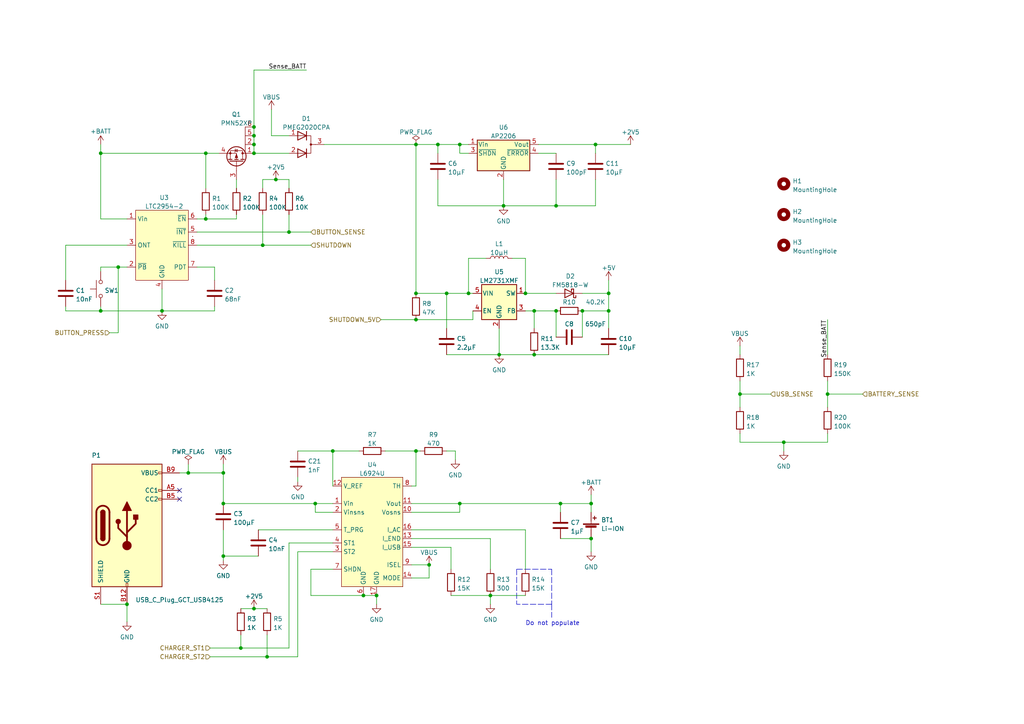
<source format=kicad_sch>
(kicad_sch (version 20211123) (generator eeschema)
  (paper "A4")
  (title_block (title "Power & Charge") (date "2023-04-14") (rev "2.1") (company "INSA - GEI"))
  (lib_symbols
    (symbol "Device:Battery_Cell" (pin_numbers hide) (pin_names (offset 0) hide)
      (property "Reference" "BT" (at 2.54 2.54 0))
      (property "Value" "Battery_Cell" (at 2.54 0 0))
      (symbol "Battery_Cell_0_1"
        (rectangle (start -2.286 1.778) (end 2.286 1.524) (fill (type outline)))
        (rectangle (start -1.5748 1.1938) (end 1.4732 0.6858) (fill (type outline)))
        (polyline (pts (xy 0 0.762) (xy 0 0)))
        (polyline (pts (xy 0 1.778) (xy 0 2.54)))
        (polyline (pts (xy 0.508 3.429) (xy 1.524 3.429)) (stroke (width 0.254)))
        (polyline (pts (xy 1.016 3.937) (xy 1.016 2.921)) (stroke (width 0.254)))
      )
      (symbol "Battery_Cell_1_1"
        (pin passive line (at 0 5.08 270) (length 2.54) (name "+") (number "1"))
        (pin passive line (at 0 -2.54 90) (length 2.54) (name "-") (number "2"))
      )
    )
    (symbol "Device:C" (pin_numbers hide) (pin_names (offset 0.254))
      (property "Reference" "C" (at 0.635 2.54 0))
      (property "Value" "C" (at 0.635 -2.54 0))
      (symbol "C_0_1"
        (polyline (pts (xy -2.032 -0.762) (xy 2.032 -0.762)) (stroke (width 0.508)))
        (polyline (pts (xy -2.032 0.762) (xy 2.032 0.762)) (stroke (width 0.508)))
      )
      (symbol "C_1_1"
        (pin passive line (at 0 3.81 270) (length 2.794) (name "~") (number "1"))
        (pin passive line (at 0 -3.81 90) (length 2.794) (name "~") (number "2"))
      )
    )
    (symbol "Device:D_Dual_CommonCathode_AAK_Parallel" (pin_names (offset 0.762) hide)
      (property "Reference" "D" (at 0 5.08 0))
      (property "Value" "D_Dual_CommonCathode_AAK_Parallel" (at 0 -5.08 0))
      (symbol "D_Dual_CommonCathode_AAK_Parallel_0_0"
        (polyline (pts (xy 0 -1.27) (xy 0 -3.81)) (stroke (width 0.254)))
        (polyline (pts (xy 0 1.27) (xy 0 3.81)) (stroke (width 0.254)))
      )
      (symbol "D_Dual_CommonCathode_AAK_Parallel_0_1"
        (polyline (pts (xy 1.27 0) (xy 2.54 0)))
        (polyline (pts (xy -2.54 -2.54) (xy 1.27 -2.54) (xy 1.27 2.54) (xy -2.54 2.54)))
        (polyline (pts (xy -2.54 -1.27) (xy 0 -2.54) (xy -2.54 -3.81) (xy -2.54 -1.27) (xy -2.54 -1.27) (xy -2.54 -1.27)) (stroke (width 0.254)))
        (polyline (pts (xy -2.54 3.81) (xy 0 2.54) (xy -2.54 1.27) (xy -2.54 3.81) (xy -2.54 3.81) (xy -2.54 3.81)) (stroke (width 0.254)))
        (circle (center 1.27 0) (radius 0.254) (fill (type outline)))
        (pin passive line (at -5.08 2.54 0) (length 2.54) (name "K") (number "1"))
        (pin passive line (at -5.08 -2.54 0) (length 2.54) (name "K") (number "2"))
        (pin passive line (at 5.08 0 180) (length 2.54) (name "A") (number "3"))
      )
    )
    (symbol "Device:D_Schottky" (pin_numbers hide) (pin_names (offset 1.016) hide)
      (property "Reference" "D" (at 0 2.54 0))
      (property "Value" "D_Schottky" (at 0 -2.54 0))
      (symbol "D_Schottky_0_1"
        (polyline (pts (xy 1.27 0) (xy -1.27 0)))
        (polyline (pts (xy 1.27 1.27) (xy 1.27 -1.27) (xy -1.27 0) (xy 1.27 1.27)) (stroke (width 0.254)))
        (polyline (pts (xy -1.905 0.635) (xy -1.905 1.27) (xy -1.27 1.27) (xy -1.27 -1.27) (xy -0.635 -1.27) (xy -0.635 -0.635)) (stroke (width 0.254)))
      )
      (symbol "D_Schottky_1_1"
        (pin passive line (at -3.81 0 0) (length 2.54) (name "K") (number "1"))
        (pin passive line (at 3.81 0 180) (length 2.54) (name "A") (number "2"))
      )
    )
    (symbol "Device:L" (pin_numbers hide) (pin_names (offset 1.016) hide)
      (property "Reference" "L" (at -1.27 0 90))
      (property "Value" "L" (at 1.905 0 90))
      (symbol "L_0_1"
        (arc (start 0 -2.54) (mid 0.635 -1.905) (end 0 -1.27))
        (arc (start 0 -1.27) (mid 0.635 -0.635) (end 0 0))
        (arc (start 0 0) (mid 0.635 0.635) (end 0 1.27))
        (arc (start 0 1.27) (mid 0.635 1.905) (end 0 2.54))
      )
      (symbol "L_1_1"
        (pin passive line (at 0 3.81 270) (length 1.27) (name "1") (number "1"))
        (pin passive line (at 0 -3.81 90) (length 1.27) (name "2") (number "2"))
      )
    )
    (symbol "Device:R" (pin_numbers hide) (pin_names (offset 0))
      (property "Reference" "R" (at 2.032 0 90))
      (property "Value" "R" (at 0 0 90))
      (symbol "R_0_1"
        (rectangle (start -1.016 -2.54) (end 1.016 2.54) (stroke (width 0.254)))
      )
      (symbol "R_1_1"
        (pin passive line (at 0 3.81 270) (length 1.27) (name "~") (number "1"))
        (pin passive line (at 0 -3.81 90) (length 1.27) (name "~") (number "2"))
      )
    )
    (symbol "Insa:L6924U"
      (property "Reference" "U" (at 0 34.29 0))
      (property "Value" "L6924U" (at 7.62 -2.54 0))
      (symbol "L6924U_0_1"
        (rectangle (start -8.89 31.75) (end 8.89 0) (stroke (width 0.1524)) (fill (type background)))
      )
      (symbol "L6924U_1_1"
        (pin power_in line (at -11.43 24.13 0) (length 2.54) (name "Vin") (number "1"))
        (pin input line (at 11.43 21.59 180) (length 2.54) (name "Vosns") (number "10"))
        (pin power_out line (at 11.43 24.13 180) (length 2.54) (name "Vout") (number "11"))
        (pin output line (at -11.43 29.21 0) (length 2.54) (name "V_REF") (number "12"))
        (pin bidirectional line (at 11.43 13.97 180) (length 2.54) (name "I_END") (number "13"))
        (pin input line (at 11.43 2.54 180) (length 2.54) (name "MODE") (number "14"))
        (pin input line (at 11.43 11.43 180) (length 2.54) (name "I_USB") (number "15"))
        (pin input line (at 11.43 16.51 180) (length 2.54) (name "I_AC") (number "16"))
        (pin power_in line (at 1.27 -2.54 90) (length 2.54) (name "GND") (number "17"))
        (pin power_in line (at -11.43 21.59 0) (length 2.54) (name "Vinsns") (number "2"))
        (pin open_collector line (at -11.43 10.16 0) (length 2.54) (name "ST2") (number "3"))
        (pin open_collector line (at -11.43 12.7 0) (length 2.54) (name "ST1") (number "4"))
        (pin passive line (at -11.43 16.51 0) (length 2.54) (name "T_PRG") (number "5"))
        (pin power_in line (at -2.54 -2.54 90) (length 2.54) (name "GND") (number "6"))
        (pin input line (at -11.43 5.08 0) (length 2.54) (name "SHDN") (number "7"))
        (pin input line (at 11.43 29.21 180) (length 2.54) (name "TH") (number "8"))
        (pin input line (at 11.43 6.35 180) (length 2.54) (name "ISEL") (number "9"))
      )
    )
    (symbol "Insa:LTC2954-2"
      (property "Reference" "U" (at -6.35 25.4 0))
      (property "Value" "LTC2954-2" (at 5.08 1.27 0))
      (symbol "LTC2954-2_0_1"
        (rectangle (start -8.89 24.13) (end 6.35 3.81) (stroke (width 0.1524)) (fill (type background)))
        (rectangle (start 7.62 16.51) (end 7.62 16.51) (stroke (width 0.1524)))
        (rectangle (start 7.62 16.51) (end 7.62 16.51) (stroke (width 0.1524)))
        (rectangle (start 7.62 16.51) (end 7.62 16.51) (stroke (width 0.1524)))
        (rectangle (start 7.62 16.51) (end 7.62 16.51) (stroke (width 0.1524)))
        (rectangle (start 7.62 16.51) (end 7.62 16.51) (stroke (width 0.1524)))
        (rectangle (start 7.62 16.51) (end 7.62 16.51) (stroke (width 0.1524)))
      )
      (symbol "LTC2954-2_1_1"
        (pin power_in line (at -11.43 21.59 0) (length 2.54) (name "Vin") (number "1"))
        (pin input line (at -11.43 7.62 0) (length 2.54) (name "~{PB}") (number "2"))
        (pin bidirectional line (at -11.43 13.97 0) (length 2.54) (name "ONT") (number "3"))
        (pin power_in line (at -1.27 1.27 90) (length 2.54) (name "GND") (number "4"))
        (pin output line (at 8.89 17.78 180) (length 2.54) (name "~{INT}") (number "5"))
        (pin input line (at 8.89 21.59 180) (length 2.54) (name "~{EN}") (number "6"))
        (pin bidirectional line (at 8.89 7.62 180) (length 2.54) (name "PDT") (number "7"))
        (pin input line (at 8.89 13.97 180) (length 2.54) (name "~{KILL}") (number "8"))
      )
    )
    (symbol "Insa:PMN52XP" (pin_names (offset 0) hide)
      (property "Reference" "Q" (at 5.08 1.27 0))
      (property "Value" "PMN52XP" (at 5.08 -1.27 0))
      (symbol "PMN52XP_0_1"
        (polyline (pts (xy 0.254 0) (xy -2.54 0)))
        (polyline (pts (xy 0.254 1.905) (xy 0.254 -1.905)) (stroke (width 0.254)))
        (polyline (pts (xy 0.762 -1.27) (xy 0.762 -2.286)) (stroke (width 0.254)))
        (polyline (pts (xy 0.762 0.508) (xy 0.762 -0.508)) (stroke (width 0.254)))
        (polyline (pts (xy 0.762 2.286) (xy 0.762 1.27)) (stroke (width 0.254)))
        (polyline (pts (xy 10.16 2.54) (xy 5.08 2.54)) (stroke (width 0.1524)))
        (polyline (pts (xy 2.54 -2.54) (xy 2.54 0) (xy 0.762 0)))
        (polyline (pts (xy 5.08 2.54) (xy 2.54 2.54) (xy 2.54 1.778)))
        (polyline (pts (xy 0.762 1.778) (xy 3.302 1.778) (xy 3.302 -1.778) (xy 0.762 -1.778)))
        (polyline (pts (xy 2.286 0) (xy 1.27 0.381) (xy 1.27 -0.381) (xy 2.286 0)) (fill (type outline)))
        (polyline (pts (xy 2.794 -0.508) (xy 2.921 -0.381) (xy 3.683 -0.381) (xy 3.81 -0.254)))
        (polyline (pts (xy 3.302 -0.381) (xy 2.921 0.254) (xy 3.683 0.254) (xy 3.302 -0.381)))
        (circle (center 1.651 0) (radius 2.794) (stroke (width 0.254)))
        (circle (center 2.54 -1.778) (radius 0.254) (fill (type outline)))
        (circle (center 2.54 1.778) (radius 0.254) (fill (type outline)))
      )
      (symbol "PMN52XP_1_1"
        (pin passive line (at 2.54 5.08 270) (length 2.54) (name "D") (number "1"))
        (pin passive line (at 5.08 5.08 270) (length 2.54) (name "D") (number "2"))
        (pin input line (at -5.08 0 0) (length 2.54) (name "G") (number "3"))
        (pin passive line (at 2.54 -5.08 90) (length 2.54) (name "S") (number "4"))
        (pin passive line (at 7.62 5.08 270) (length 2.54) (name "D") (number "5"))
        (pin passive line (at 10.16 5.08 270) (length 2.54) (name "D") (number "6"))
      )
    )
    (symbol "Insa:USB_C_Plug_GCT_USB4125" (pin_names (offset 1.016))
      (property "Reference" "P" (at -10.16 19.05 0))
      (property "Value" "USB_C_Plug_GCT_USB4125" (at 26.67 -20.32 0))
      (symbol "USB_C_Plug_GCT_USB4125_0_0"
        (rectangle (start -0.254 -17.78) (end 0.254 -16.764))
        (rectangle (start 10.16 7.874) (end 9.144 7.366))
        (rectangle (start 10.16 10.414) (end 9.144 9.906))
        (rectangle (start 10.16 15.494) (end 9.144 14.986))
      )
      (symbol "USB_C_Plug_GCT_USB4125_0_1"
        (rectangle (start -10.16 17.78) (end 10.16 -17.78) (stroke (width 0.254)) (fill (type background)))
        (arc (start -8.89 -3.81) (mid -6.985 -5.715) (end -5.08 -3.81) (stroke (width 0.508)))
        (arc (start -7.62 -3.81) (mid -6.985 -4.445) (end -6.35 -3.81) (stroke (width 0.254)))
        (arc (start -7.62 -3.81) (mid -6.985 -4.445) (end -6.35 -3.81) (stroke (width 0.254)) (fill (type outline)))
        (rectangle (start -7.62 -3.81) (end -6.35 3.81) (stroke (width 0.254)) (fill (type outline)))
        (arc (start -6.35 3.81) (mid -6.985 4.445) (end -7.62 3.81) (stroke (width 0.254)))
        (arc (start -6.35 3.81) (mid -6.985 4.445) (end -7.62 3.81) (stroke (width 0.254)) (fill (type outline)))
        (arc (start -5.08 3.81) (mid -6.985 5.715) (end -8.89 3.81) (stroke (width 0.508)))
        (circle (center -2.54 1.143) (radius 0.635) (stroke (width 0.254)) (fill (type outline)))
        (circle (center 0 -5.842) (radius 1.27) (fill (type outline)))
        (polyline (pts (xy -8.89 -3.81) (xy -8.89 3.81)) (stroke (width 0.508)))
        (polyline (pts (xy -5.08 3.81) (xy -5.08 -3.81)) (stroke (width 0.508)))
        (polyline (pts (xy 0 -5.842) (xy 0 4.318)) (stroke (width 0.508)))
        (polyline (pts (xy 0 -3.302) (xy -2.54 -0.762) (xy -2.54 0.508)) (stroke (width 0.508)))
        (polyline (pts (xy 0 -2.032) (xy 2.54 0.508) (xy 2.54 1.778)) (stroke (width 0.508)))
        (polyline (pts (xy -1.27 4.318) (xy 0 6.858) (xy 1.27 4.318) (xy -1.27 4.318)) (stroke (width 0.254)) (fill (type outline)))
        (rectangle (start 1.905 1.778) (end 3.175 3.048) (stroke (width 0.254)) (fill (type outline)))
      )
      (symbol "USB_C_Plug_GCT_USB4125_1_1"
        (pin passive line (at 0 -22.86 90) (length 5.08) hide (name "GND") (number "A12"))
        (pin bidirectional line (at 15.24 10.16 180) (length 5.08) (name "CC1") (number "A5"))
        (pin passive line (at 15.24 15.24 180) (length 5.08) hide (name "VBUS") (number "A9"))
        (pin passive line (at 0 -22.86 90) (length 5.08) (name "GND") (number "B12"))
        (pin bidirectional line (at 15.24 7.62 180) (length 5.08) (name "CC2") (number "B5"))
        (pin passive line (at 15.24 15.24 180) (length 5.08) (name "VBUS") (number "B9"))
        (pin passive line (at -7.62 -22.86 90) (length 5.08) (name "SHIELD") (number "S1"))
      )
    )
    (symbol "Mechanical:MountingHole" (pin_names (offset 1.016))
      (property "Reference" "H" (at 0 5.08 0))
      (property "Value" "MountingHole" (at 0 3.175 0))
      (symbol "MountingHole_0_1"
        (circle (center 0 0) (radius 1.27) (stroke (width 1.27)))
      )
    )
    (symbol "Regulator_Linear:TC1186" (pin_names (offset 0.254))
      (property "Reference" "U" (at -7.62 5.08 0))
      (property "Value" "TC1186" (at 7.62 5.08 0))
      (symbol "TC1186_0_1"
        (rectangle (start -7.62 3.81) (end 7.62 -5.08) (stroke (width 0.254)) (fill (type background)))
      )
      (symbol "TC1186_1_1"
        (pin power_in line (at -10.16 2.54 0) (length 2.54) (name "Vin") (number "1"))
        (pin power_in line (at 0 -7.62 90) (length 2.54) (name "GND") (number "2"))
        (pin input line (at -10.16 0 0) (length 2.54) (name "~{SHDN}") (number "3"))
        (pin open_collector line (at 10.16 0 180) (length 2.54) (name "~{ERROR}") (number "4"))
        (pin power_out line (at 10.16 2.54 180) (length 2.54) (name "Vout") (number "5"))
      )
    )
    (symbol "Regulator_Switching:LM2731XMF" (pin_names (offset 0.254))
      (property "Reference" "U" (at -5.08 6.35 0))
      (property "Value" "LM2731XMF" (at 0 6.35 0))
      (symbol "LM2731XMF_0_1"
        (rectangle (start -5.08 5.08) (end 5.08 -5.08) (stroke (width 0.254)) (fill (type background)))
      )
      (symbol "LM2731XMF_1_1"
        (pin output line (at 7.62 2.54 180) (length 2.54) (name "SW") (number "1"))
        (pin power_in line (at 0 -7.62 90) (length 2.54) (name "GND") (number "2"))
        (pin input line (at 7.62 -2.54 180) (length 2.54) (name "FB") (number "3"))
        (pin input line (at -7.62 -2.54 0) (length 2.54) (name "EN") (number "4"))
        (pin input line (at -7.62 2.54 0) (length 2.54) (name "VIN") (number "5"))
      )
    )
    (symbol "Switch:SW_Push" (pin_numbers hide) (pin_names (offset 1.016) hide)
      (property "Reference" "SW" (at 1.27 2.54 0))
      (property "Value" "SW_Push" (at 0 -1.524 0))
      (symbol "SW_Push_0_1"
        (circle (center -2.032 0) (radius 0.508))
        (polyline (pts (xy 0 1.27) (xy 0 3.048)))
        (polyline (pts (xy 2.54 1.27) (xy -2.54 1.27)))
        (circle (center 2.032 0) (radius 0.508))
        (pin passive line (at -5.08 0 0) (length 2.54) (name "1") (number "1"))
        (pin passive line (at 5.08 0 180) (length 2.54) (name "2") (number "2"))
      )
    )
    (symbol "power:+2V5" (power) (pin_names (offset 0))
      (property "Value" "+2V5" (at 0 3.556 0))
      (symbol "+2V5_0_1"
        (polyline (pts (xy -0.762 1.27) (xy 0 2.54)))
        (polyline (pts (xy 0 0) (xy 0 2.54)))
        (polyline (pts (xy 0 2.54) (xy 0.762 1.27)))
      )
      (symbol "+2V5_1_1"
        (pin power_in line (at 0 0 90) (length 0) hide (name "+2V5") (number "1"))
      )
    )
    (symbol "power:+5V" (power) (pin_names (offset 0))
      (property "Value" "+5V" (at 0 3.556 0))
      (symbol "+5V_0_1"
        (polyline (pts (xy -0.762 1.27) (xy 0 2.54)))
        (polyline (pts (xy 0 0) (xy 0 2.54)))
        (polyline (pts (xy 0 2.54) (xy 0.762 1.27)))
      )
      (symbol "+5V_1_1"
        (pin power_in line (at 0 0 90) (length 0) hide (name "+5V") (number "1"))
      )
    )
    (symbol "power:+BATT" (power) (pin_names (offset 0))
      (property "Value" "+BATT" (at 0 3.556 0))
      (symbol "+BATT_0_1"
        (polyline (pts (xy -0.762 1.27) (xy 0 2.54)))
        (polyline (pts (xy 0 0) (xy 0 2.54)))
        (polyline (pts (xy 0 2.54) (xy 0.762 1.27)))
      )
      (symbol "+BATT_1_1"
        (pin power_in line (at 0 0 90) (length 0) hide (name "+BATT") (number "1"))
      )
    )
    (symbol "power:GND" (power) (pin_names (offset 0))
      (property "Value" "GND" (at 0 -3.81 0))
      (symbol "GND_0_1"
        (polyline (pts (xy 0 0) (xy 0 -1.27) (xy 1.27 -1.27) (xy 0 -2.54) (xy -1.27 -1.27) (xy 0 -1.27)))
      )
      (symbol "GND_1_1"
        (pin power_in line (at 0 0 270) (length 0) hide (name "GND") (number "1"))
      )
    )
    (symbol "power:PWR_FLAG" (power) (pin_numbers hide) (pin_names (offset 0) hide)
      (property "Value" "PWR_FLAG" (at 0 3.81 0))
      (symbol "PWR_FLAG_0_0"
        (pin power_out line (at 0 0 90) (length 0) (name "pwr") (number "1"))
      )
      (symbol "PWR_FLAG_0_1"
        (polyline (pts (xy 0 0) (xy 0 1.27) (xy -1.016 1.905) (xy 0 2.54) (xy 1.016 1.905) (xy 0 1.27)))
      )
    )
    (symbol "power:VBUS" (power) (pin_names (offset 0))
      (property "Value" "VBUS" (at 0 3.81 0))
      (symbol "VBUS_0_1"
        (polyline (pts (xy -0.762 1.27) (xy 0 2.54)))
        (polyline (pts (xy 0 0) (xy 0 2.54)))
        (polyline (pts (xy 0 2.54) (xy 0.762 1.27)))
      )
      (symbol "VBUS_1_1"
        (pin power_in line (at 0 0 90) (length 0) hide (name "VBUS") (number "1"))
      )
    )
  )
  (junction (at 59.69 44.45))
  (junction (at 168.91 90.17))
  (junction (at 214.63 114.3))
  (junction (at 127 41.91))
  (junction (at 64.77 146.05))
  (junction (at 120.65 85.09))
  (junction (at 91.44 146.05))
  (junction (at 73.66 39.37))
  (junction (at 96.52 130.81))
  (junction (at 240.03 114.3))
  (junction (at 129.54 85.09))
  (junction (at 109.22 172.72))
  (junction (at 73.66 176.53))
  (junction (at 146.05 59.69))
  (junction (at 120.65 41.91))
  (junction (at 172.72 41.91))
  (junction (at 64.77 137.16))
  (junction (at 36.83 175.26))
  (junction (at 171.45 146.05))
  (junction (at 161.29 59.69))
  (junction (at 69.85 187.96))
  (junction (at 162.56 146.05))
  (junction (at 154.94 102.87))
  (junction (at 73.66 44.45))
  (junction (at 76.2 71.12))
  (junction (at 161.29 90.17))
  (junction (at 59.69 63.5))
  (junction (at 152.4 85.09))
  (junction (at 171.45 156.21))
  (junction (at 154.94 90.17))
  (junction (at 73.66 41.91))
  (junction (at 227.33 128.27))
  (junction (at 54.61 137.16))
  (junction (at 133.35 146.05))
  (junction (at 142.24 172.72))
  (junction (at 124.46 163.83))
  (junction (at 120.65 92.71))
  (junction (at 80.01 52.07))
  (junction (at 135.89 85.09))
  (junction (at 83.82 67.31))
  (junction (at 29.21 90.17))
  (junction (at 120.65 130.81))
  (junction (at 73.66 36.83))
  (junction (at 29.21 44.45))
  (junction (at 105.41 172.72))
  (junction (at 77.47 190.5))
  (junction (at 34.29 77.47))
  (junction (at 133.35 41.91))
  (junction (at 176.53 90.17))
  (junction (at 176.53 85.09))
  (junction (at 46.99 90.17))
  (junction (at 64.77 161.29))
  (junction (at 144.78 102.87))
  (no_connect (at 52.07 144.78))
  (no_connect (at 52.07 142.24))
  (wire (pts (xy 172.72 41.91) (xy 172.72 44.45)))
  (wire (pts (xy 59.69 44.45) (xy 59.69 54.61)))
  (wire (pts (xy 69.85 176.53) (xy 73.66 176.53)))
  (wire (pts (xy 154.94 102.87) (xy 176.53 102.87)))
  (wire (pts (xy 119.38 140.97) (xy 120.65 140.97)))
  (wire (pts (xy 161.29 59.69) (xy 172.72 59.69)))
  (wire (pts (xy 214.63 114.3) (xy 223.52 114.3)))
  (polyline (pts (xy 149.86 165.1) (xy 160.02 165.1)))
  (polyline (pts (xy 160.02 175.26) (xy 149.86 175.26)))
  (wire (pts (xy 129.54 85.09) (xy 129.54 95.25)))
  (wire (pts (xy 86.36 130.81) (xy 96.52 130.81)))
  (wire (pts (xy 29.21 175.26) (xy 36.83 175.26)))
  (wire (pts (xy 240.03 92.71) (xy 240.03 102.87)))
  (wire (pts (xy 156.21 41.91) (xy 172.72 41.91)))
  (wire (pts (xy 240.03 114.3) (xy 240.03 118.11)))
  (wire (pts (xy 73.66 39.37) (xy 73.66 41.91)))
  (wire (pts (xy 135.89 74.93) (xy 135.89 85.09)))
  (wire (pts (xy 46.99 90.17) (xy 46.99 83.82)))
  (wire (pts (xy 36.83 63.5) (xy 29.21 63.5)))
  (wire (pts (xy 93.98 41.91) (xy 120.65 41.91)))
  (wire (pts (xy 86.36 160.02) (xy 86.36 190.5)))
  (polyline (pts (xy 149.86 165.1) (xy 149.86 175.26)))
  (wire (pts (xy 29.21 63.5) (xy 29.21 44.45)))
  (wire (pts (xy 59.69 62.23) (xy 59.69 63.5)))
  (wire (pts (xy 129.54 130.81) (xy 132.08 130.81)))
  (wire (pts (xy 168.91 90.17) (xy 168.91 97.79)))
  (wire (pts (xy 69.85 187.96) (xy 83.82 187.96)))
  (wire (pts (xy 59.69 44.45) (xy 63.5 44.45)))
  (wire (pts (xy 120.65 41.91) (xy 127 41.91)))
  (polyline (pts (xy 160.02 175.26) (xy 160.02 179.07)))
  (wire (pts (xy 77.47 190.5) (xy 86.36 190.5)))
  (wire (pts (xy 64.77 161.29) (xy 64.77 162.56)))
  (wire (pts (xy 29.21 90.17) (xy 29.21 88.9)))
  (wire (pts (xy 96.52 130.81) (xy 104.14 130.81)))
  (wire (pts (xy 52.07 137.16) (xy 54.61 137.16)))
  (wire (pts (xy 96.52 157.48) (xy 83.82 157.48)))
  (wire (pts (xy 73.66 36.83) (xy 73.66 39.37)))
  (wire (pts (xy 74.93 153.67) (xy 96.52 153.67)))
  (wire (pts (xy 90.17 165.1) (xy 90.17 172.72)))
  (wire (pts (xy 124.46 167.64) (xy 124.46 163.83)))
  (wire (pts (xy 154.94 90.17) (xy 161.29 90.17)))
  (wire (pts (xy 146.05 59.69) (xy 161.29 59.69)))
  (wire (pts (xy 240.03 114.3) (xy 250.19 114.3)))
  (wire (pts (xy 130.81 172.72) (xy 142.24 172.72)))
  (wire (pts (xy 176.53 81.28) (xy 176.53 85.09)))
  (wire (pts (xy 152.4 85.09) (xy 161.29 85.09)))
  (wire (pts (xy 76.2 71.12) (xy 90.17 71.12)))
  (wire (pts (xy 96.52 140.97) (xy 96.52 130.81)))
  (wire (pts (xy 109.22 172.72) (xy 109.22 175.26)))
  (wire (pts (xy 133.35 148.59) (xy 133.35 146.05)))
  (wire (pts (xy 120.65 140.97) (xy 120.65 130.81)))
  (wire (pts (xy 120.65 41.91) (xy 120.65 85.09)))
  (wire (pts (xy 176.53 85.09) (xy 176.53 90.17)))
  (wire (pts (xy 152.4 85.09) (xy 152.4 74.93)))
  (wire (pts (xy 60.96 187.96) (xy 69.85 187.96)))
  (wire (pts (xy 152.4 74.93) (xy 148.59 74.93)))
  (wire (pts (xy 73.66 20.32) (xy 88.9 20.32)))
  (wire (pts (xy 64.77 146.05) (xy 91.44 146.05)))
  (wire (pts (xy 29.21 90.17) (xy 46.99 90.17)))
  (wire (pts (xy 129.54 102.87) (xy 144.78 102.87)))
  (wire (pts (xy 120.65 130.81) (xy 121.92 130.81)))
  (wire (pts (xy 119.38 153.67) (xy 152.4 153.67)))
  (wire (pts (xy 137.16 90.17) (xy 137.16 92.71)))
  (wire (pts (xy 29.21 44.45) (xy 29.21 41.91)))
  (wire (pts (xy 73.66 36.83) (xy 73.66 20.32)))
  (wire (pts (xy 152.4 90.17) (xy 154.94 90.17)))
  (wire (pts (xy 133.35 44.45) (xy 133.35 41.91)))
  (wire (pts (xy 176.53 90.17) (xy 176.53 95.25)))
  (wire (pts (xy 80.01 52.07) (xy 76.2 52.07)))
  (wire (pts (xy 46.99 90.17) (xy 62.23 90.17)))
  (wire (pts (xy 76.2 62.23) (xy 76.2 71.12)))
  (wire (pts (xy 29.21 90.17) (xy 19.05 90.17)))
  (wire (pts (xy 36.83 175.26) (xy 36.83 180.34)))
  (wire (pts (xy 119.38 148.59) (xy 133.35 148.59)))
  (wire (pts (xy 73.66 44.45) (xy 83.82 44.45)))
  (wire (pts (xy 19.05 71.12) (xy 36.83 71.12)))
  (wire (pts (xy 83.82 157.48) (xy 83.82 187.96)))
  (wire (pts (xy 172.72 41.91) (xy 182.88 41.91)))
  (wire (pts (xy 60.96 190.5) (xy 77.47 190.5)))
  (wire (pts (xy 76.2 52.07) (xy 76.2 54.61)))
  (wire (pts (xy 119.38 146.05) (xy 133.35 146.05)))
  (wire (pts (xy 77.47 184.15) (xy 77.47 190.5)))
  (wire (pts (xy 140.97 74.93) (xy 135.89 74.93)))
  (wire (pts (xy 227.33 128.27) (xy 240.03 128.27)))
  (wire (pts (xy 119.38 156.21) (xy 142.24 156.21)))
  (wire (pts (xy 64.77 137.16) (xy 64.77 146.05)))
  (wire (pts (xy 214.63 114.3) (xy 214.63 118.11)))
  (wire (pts (xy 64.77 161.29) (xy 74.93 161.29)))
  (wire (pts (xy 240.03 128.27) (xy 240.03 125.73)))
  (wire (pts (xy 96.52 160.02) (xy 86.36 160.02)))
  (wire (pts (xy 69.85 184.15) (xy 69.85 187.96)))
  (wire (pts (xy 19.05 90.17) (xy 19.05 88.9)))
  (wire (pts (xy 142.24 172.72) (xy 142.24 175.26)))
  (wire (pts (xy 127 41.91) (xy 133.35 41.91)))
  (wire (pts (xy 144.78 102.87) (xy 154.94 102.87)))
  (wire (pts (xy 68.58 63.5) (xy 68.58 62.23)))
  (wire (pts (xy 154.94 90.17) (xy 154.94 95.25)))
  (wire (pts (xy 83.82 52.07) (xy 80.01 52.07)))
  (wire (pts (xy 127 52.07) (xy 127 59.69)))
  (wire (pts (xy 57.15 63.5) (xy 59.69 63.5)))
  (wire (pts (xy 168.91 90.17) (xy 176.53 90.17)))
  (wire (pts (xy 146.05 52.07) (xy 146.05 59.69)))
  (wire (pts (xy 96.52 165.1) (xy 90.17 165.1)))
  (wire (pts (xy 162.56 146.05) (xy 162.56 148.59)))
  (wire (pts (xy 91.44 148.59) (xy 91.44 146.05)))
  (wire (pts (xy 64.77 134.62) (xy 64.77 137.16)))
  (wire (pts (xy 36.83 77.47) (xy 34.29 77.47)))
  (wire (pts (xy 86.36 138.43) (xy 86.36 139.7)))
  (wire (pts (xy 142.24 172.72) (xy 152.4 172.72)))
  (wire (pts (xy 135.89 85.09) (xy 129.54 85.09)))
  (wire (pts (xy 96.52 148.59) (xy 91.44 148.59)))
  (wire (pts (xy 144.78 95.25) (xy 144.78 102.87)))
  (wire (pts (xy 214.63 110.49) (xy 214.63 114.3)))
  (wire (pts (xy 57.15 77.47) (xy 62.23 77.47)))
  (wire (pts (xy 111.76 130.81) (xy 120.65 130.81)))
  (wire (pts (xy 29.21 44.45) (xy 59.69 44.45)))
  (wire (pts (xy 83.82 39.37) (xy 78.74 39.37)))
  (wire (pts (xy 90.17 172.72) (xy 105.41 172.72)))
  (wire (pts (xy 57.15 67.31) (xy 83.82 67.31)))
  (wire (pts (xy 130.81 165.1) (xy 130.81 158.75)))
  (wire (pts (xy 132.08 130.81) (xy 132.08 133.35)))
  (wire (pts (xy 34.29 77.47) (xy 34.29 96.52)))
  (wire (pts (xy 83.82 54.61) (xy 83.82 52.07)))
  (wire (pts (xy 171.45 146.05) (xy 171.45 148.59)))
  (wire (pts (xy 54.61 137.16) (xy 64.77 137.16)))
  (wire (pts (xy 171.45 160.02) (xy 171.45 156.21)))
  (wire (pts (xy 162.56 146.05) (xy 171.45 146.05)))
  (wire (pts (xy 119.38 167.64) (xy 124.46 167.64)))
  (wire (pts (xy 62.23 77.47) (xy 62.23 81.28)))
  (wire (pts (xy 73.66 41.91) (xy 73.66 44.45)))
  (wire (pts (xy 78.74 31.75) (xy 78.74 39.37)))
  (wire (pts (xy 19.05 81.28) (xy 19.05 71.12)))
  (wire (pts (xy 240.03 110.49) (xy 240.03 114.3)))
  (wire (pts (xy 171.45 143.51) (xy 171.45 146.05)))
  (wire (pts (xy 227.33 128.27) (xy 227.33 130.81)))
  (wire (pts (xy 64.77 153.67) (xy 64.77 161.29)))
  (wire (pts (xy 168.91 85.09) (xy 176.53 85.09)))
  (wire (pts (xy 59.69 63.5) (xy 68.58 63.5)))
  (wire (pts (xy 62.23 90.17) (xy 62.23 88.9)))
  (polyline (pts (xy 160.02 165.1) (xy 160.02 175.26)))
  (wire (pts (xy 105.41 172.72) (xy 109.22 172.72)))
  (wire (pts (xy 83.82 67.31) (xy 90.17 67.31)))
  (wire (pts (xy 214.63 128.27) (xy 227.33 128.27)))
  (wire (pts (xy 73.66 176.53) (xy 77.47 176.53)))
  (wire (pts (xy 110.49 92.71) (xy 120.65 92.71)))
  (wire (pts (xy 161.29 52.07) (xy 161.29 59.69)))
  (wire (pts (xy 91.44 146.05) (xy 96.52 146.05)))
  (wire (pts (xy 214.63 100.33) (xy 214.63 102.87)))
  (wire (pts (xy 34.29 77.47) (xy 29.21 77.47)))
  (wire (pts (xy 162.56 156.21) (xy 171.45 156.21)))
  (wire (pts (xy 133.35 146.05) (xy 162.56 146.05)))
  (wire (pts (xy 127 59.69) (xy 146.05 59.69)))
  (wire (pts (xy 142.24 156.21) (xy 142.24 165.1)))
  (wire (pts (xy 214.63 125.73) (xy 214.63 128.27)))
  (wire (pts (xy 161.29 90.17) (xy 161.29 97.79)))
  (wire (pts (xy 127 41.91) (xy 127 44.45)))
  (wire (pts (xy 137.16 85.09) (xy 135.89 85.09)))
  (wire (pts (xy 119.38 158.75) (xy 130.81 158.75)))
  (wire (pts (xy 135.89 44.45) (xy 133.35 44.45)))
  (wire (pts (xy 119.38 163.83) (xy 124.46 163.83)))
  (wire (pts (xy 172.72 59.69) (xy 172.72 52.07)))
  (wire (pts (xy 120.65 92.71) (xy 137.16 92.71)))
  (wire (pts (xy 156.21 44.45) (xy 161.29 44.45)))
  (wire (pts (xy 68.58 52.07) (xy 68.58 54.61)))
  (wire (pts (xy 83.82 62.23) (xy 83.82 67.31)))
  (wire (pts (xy 29.21 77.47) (xy 29.21 78.74)))
  (wire (pts (xy 54.61 134.62) (xy 54.61 137.16)))
  (wire (pts (xy 129.54 85.09) (xy 120.65 85.09)))
  (wire (pts (xy 133.35 41.91) (xy 135.89 41.91)))
  (wire (pts (xy 31.75 96.52) (xy 34.29 96.52)))
  (wire (pts (xy 57.15 71.12) (xy 76.2 71.12)))
  (wire (pts (xy 152.4 153.67) (xy 152.4 165.1)))
  (text "Do not populate\n" (at 152.4 181.61 0) (effects (font (size 1.27 1.27)) (justify left bottom)))
  (label "Sense_BATT" (at 88.9 20.32 180))
  (label "Sense_BATT" (at 240.03 92.71 270))
  (hierarchical_label "BUTTON_PRESS" (shape input) (at 31.75 96.52 180))
  (hierarchical_label "SHUTDOWN_5V" (shape input) (at 110.49 92.71 180))
  (hierarchical_label "USB_SENSE" (shape input) (at 223.52 114.3 0))
  (hierarchical_label "BATTERY_SENSE" (shape input) (at 250.19 114.3 0))
  (hierarchical_label "CHARGER_ST2" (shape input) (at 60.96 190.5 180))
  (hierarchical_label "CHARGER_ST1" (shape input) (at 60.96 187.96 180))
  (hierarchical_label "BUTTON_SENSE" (shape input) (at 90.17 67.31 0))
  (hierarchical_label "SHUTDOWN" (shape input) (at 90.17 71.12 0))
  (symbol (lib_id "Device:Battery_Cell") (at 171.45 153.67 0) (unit 1)
    (property "Reference" "BT1" (at 174.371 150.8033 0) (effects (justify left)))
    (property "Value" "Li-ION" (at 174.371 153.3402 0) (effects (justify left)))
    (property "Footprint" "INSA:Battery-14500" (effects hide))
  )
  (symbol (lib_id "Regulator_Switching:LM2731XMF") (at 144.78 87.63 0) (unit 1)
    (property "Reference" "U5" (at 144.78 78.8502 0))
    (property "Value" "LM2731XMF" (at 144.78 81.3871 0))
    (property "Footprint" "Package_TO_SOT_SMD:SOT-23-5" (effects hide))
    (property "Datasheet" "http://www.ti.com/lit/ds/symlink/lm2731.pdf" (effects hide))
  )
  (symbol (lib_id "power:GND") (at 132.08 133.35 0) (unit 1)
    (property "Reference" "#PWR015" (effects hide))
    (property "Value" "GND" (at 132.08 137.7934 0))
  )
  (symbol (lib_id "Device:R") (at 125.73 130.81 90) (unit 1)
    (property "Reference" "R9" (at 125.73 126.0942 90))
    (property "Value" "470" (at 125.73 128.6311 90))
    (property "Footprint" "Resistor_SMD:R_0805_2012Metric" (effects hide))
  )
  (symbol (lib_id "power:+BATT") (at 171.45 143.51 0) (unit 1)
    (property "Reference" "#PWR018" (effects hide))
    (property "Value" "+BATT" (at 171.45 139.9342 0))
  )
  (symbol (lib_id "Device:C") (at 64.77 149.86 0) (unit 1)
    (property "Reference" "C3" (at 67.691 149.0253 0) (effects (justify left)))
    (property "Value" "100µF" (at 67.691 151.5622 0) (effects (justify left)))
    (property "Footprint" "Capacitor_SMD:C_1210_3225Metric" (effects hide))
  )
  (symbol (lib_id "Device:C") (at 161.29 48.26 0) (unit 1)
    (property "Reference" "C9" (at 164.211 47.4253 0) (effects (justify left)))
    (property "Value" "100pF" (at 164.211 49.9622 0) (effects (justify left)))
    (property "Footprint" "Capacitor_SMD:C_0805_2012Metric" (effects hide))
  )
  (symbol (lib_id "power:GND") (at 86.36 139.7 0) (unit 1)
    (property "Reference" "#PWR01" (effects hide))
    (property "Value" "GND" (at 86.36 144.1434 0))
  )
  (symbol (lib_id "Insa:LTC2954-2") (at 48.26 85.09 0) (unit 1)
    (property "Reference" "U3" (at 47.625 57.311 0))
    (property "Value" "LTC2954-2" (at 47.625 59.8479 0))
    (property "Footprint" "Package_TO_SOT_SMD:SOT-23-8" (effects hide))
  )
  (symbol (lib_id "Device:C") (at 129.54 99.06 0) (unit 1)
    (property "Reference" "C5" (at 132.461 98.2253 0) (effects (justify left)))
    (property "Value" "2.2µF" (at 132.461 100.7622 0) (effects (justify left)))
    (property "Footprint" "Capacitor_SMD:C_0805_2012Metric" (effects hide))
  )
  (symbol (lib_id "Mechanical:MountingHole") (at 227.33 62.23 0) (unit 1)
    (property "Reference" "H2" (at 229.87 61.3953 0) (effects (justify left)))
    (property "Value" "MountingHole" (at 229.87 63.9322 0) (effects (justify left)))
    (property "Footprint" "MountingHole:MountingHole_3.2mm_M3_ISO14580" (effects hide))
  )
  (symbol (lib_id "power:GND") (at 46.99 90.17 0) (unit 1)
    (property "Reference" "#PWR07" (effects hide))
    (property "Value" "GND" (at 46.99 94.6134 0))
  )
  (symbol (lib_id "power:GND") (at 109.22 175.26 0) (unit 1)
    (property "Reference" "#PWR013" (effects hide))
    (property "Value" "GND" (at 109.22 179.7034 0))
  )
  (symbol (lib_id "Device:R") (at 142.24 168.91 0) (unit 1)
    (property "Reference" "R13" (at 144.018 168.0753 0) (effects (justify left)))
    (property "Value" "300" (at 144.018 170.6122 0) (effects (justify left)))
    (property "Footprint" "Resistor_SMD:R_0805_2012Metric" (effects hide))
  )
  (symbol (lib_id "power:VBUS") (at 214.63 100.33 0) (unit 1)
    (property "Reference" "#PWR025" (effects hide))
    (property "Value" "VBUS" (at 214.63 96.7542 0))
  )
  (symbol (lib_id "Device:R") (at 69.85 180.34 0) (unit 1)
    (property "Reference" "R3" (at 71.628 179.5053 0) (effects (justify left)))
    (property "Value" "1K" (at 71.628 182.0422 0) (effects (justify left)))
    (property "Footprint" "Resistor_SMD:R_0805_2012Metric" (effects hide))
  )
  (symbol (lib_id "Device:C") (at 162.56 152.4 0) (unit 1)
    (property "Reference" "C7" (at 165.481 151.5653 0) (effects (justify left)))
    (property "Value" "1µF" (at 165.481 154.1022 0) (effects (justify left)))
    (property "Footprint" "Capacitor_SMD:C_0805_2012Metric" (effects hide))
  )
  (symbol (lib_id "Insa:USB_C_Plug_GCT_USB4125") (at 36.83 152.4 0) (unit 1)
    (property "Reference" "P1" (at 27.94 132.08 0))
    (property "Value" "USB_C_Plug_GCT_USB4125" (at 52.07 173.99 0))
    (property "Footprint" "INSA:USB_C_Receptacle_GCT_USB4125" (effects hide))
    (property "Datasheet" "https://www.usb.org/sites/default/files/documents/usb_type-c.zip" (effects hide))
  )
  (symbol (lib_id "Device:R") (at 120.65 88.9 180) (unit 1)
    (property "Reference" "R8" (at 122.428 88.0653 0) (effects (justify right)))
    (property "Value" "47K" (at 122.428 90.6022 0) (effects (justify right)))
    (property "Footprint" "Resistor_SMD:R_0805_2012Metric" (effects hide))
  )
  (symbol (lib_id "power:GND") (at 144.78 102.87 0) (unit 1)
    (property "Reference" "#PWR020" (effects hide))
    (property "Value" "GND" (at 144.78 107.3134 0))
  )
  (symbol (lib_id "Device:C") (at 86.36 134.62 0) (unit 1)
    (property "Reference" "C21" (at 89.281 133.7853 0) (effects (justify left)))
    (property "Value" "1nF" (at 89.281 136.3222 0) (effects (justify left)))
    (property "Footprint" "Capacitor_SMD:C_0805_2012Metric" (effects hide))
  )
  (symbol (lib_id "power:GND") (at 146.05 59.69 0) (unit 1)
    (property "Reference" "#PWR017" (effects hide))
    (property "Value" "GND" (at 146.05 64.1334 0))
  )
  (symbol (lib_id "Device:C") (at 74.93 157.48 0) (unit 1)
    (property "Reference" "C4" (at 77.851 156.6453 0) (effects (justify left)))
    (property "Value" "10nF" (at 77.851 159.1822 0) (effects (justify left)))
    (property "Footprint" "Capacitor_SMD:C_0805_2012Metric" (effects hide))
  )
  (symbol (lib_id "Device:R") (at 214.63 106.68 0) (unit 1)
    (property "Reference" "R17" (at 216.408 105.8453 0) (effects (justify left)))
    (property "Value" "1K" (at 216.408 108.3822 0) (effects (justify left)))
    (property "Footprint" "Resistor_SMD:R_0805_2012Metric" (effects hide))
  )
  (symbol (lib_id "Device:C") (at 172.72 48.26 0) (unit 1)
    (property "Reference" "C11" (at 175.641 47.4253 0) (effects (justify left)))
    (property "Value" "10µF" (at 175.641 49.9622 0) (effects (justify left)))
    (property "Footprint" "Capacitor_SMD:C_0805_2012Metric" (effects hide))
  )
  (symbol (lib_id "Mechanical:MountingHole") (at 227.33 53.34 0) (unit 1)
    (property "Reference" "H1" (at 229.87 52.5053 0) (effects (justify left)))
    (property "Value" "MountingHole" (at 229.87 55.0422 0) (effects (justify left)))
    (property "Footprint" "MountingHole:MountingHole_3.2mm_M3_ISO14580" (effects hide))
  )
  (symbol (lib_id "power:+BATT") (at 29.21 41.91 0) (unit 1)
    (property "Reference" "#PWR05" (effects hide))
    (property "Value" "+BATT" (at 29.21 38.1 0))
  )
  (symbol (lib_id "power:+2V5") (at 73.66 176.53 0) (unit 1)
    (property "Reference" "#PWR010" (effects hide))
    (property "Value" "+2V5" (at 73.66 172.9542 0))
  )
  (symbol (lib_id "power:+5V") (at 176.53 81.28 0) (unit 1)
    (property "Reference" "#PWR022" (effects hide))
    (property "Value" "+5V" (at 176.53 77.7042 0))
  )
  (symbol (lib_id "power:GND") (at 36.83 180.34 0) (unit 1)
    (property "Reference" "#PWR06" (effects hide))
    (property "Value" "GND" (at 36.83 184.7834 0))
  )
  (symbol (lib_id "power:VBUS") (at 124.46 163.83 0) (unit 1)
    (property "Reference" "#PWR014" (effects hide))
    (property "Value" "VBUS" (at 124.46 160.2542 0))
  )
  (symbol (lib_id "power:PWR_FLAG") (at 54.61 134.62 0) (unit 1)
    (property "Reference" "#FLG0101" (effects hide))
    (property "Value" "PWR_FLAG" (at 54.61 131.0442 0))
  )
  (symbol (lib_id "Device:R") (at 76.2 58.42 0) (unit 1)
    (property "Reference" "R4" (at 77.978 57.5853 0) (effects (justify left)))
    (property "Value" "100K" (at 77.978 60.1222 0) (effects (justify left)))
    (property "Footprint" "Resistor_SMD:R_0805_2012Metric" (effects hide))
  )
  (symbol (lib_id "Insa:PMN52XP") (at 68.58 46.99 270) (mirror x) (unit 1)
    (property "Reference" "Q1" (at 68.58 33.181 90))
    (property "Value" "PMN52XP" (at 68.58 35.7179 90))
    (property "Footprint" "Package_SO:TSOP-6_1.65x3.05mm_P0.95mm" (effects hide))
  )
  (symbol (lib_id "Switch:SW_Push") (at 29.21 83.82 90) (unit 1)
    (property "Reference" "SW1" (at 30.353 84.2553 90) (effects (justify right)))
    (property "Value" "SW_Push" (effects hide))
    (property "Footprint" "Button_Switch_SMD:Panasonic_EVQPUJ_EVQPUA" (effects hide))
  )
  (symbol (lib_id "Device:C") (at 176.53 99.06 0) (unit 1)
    (property "Reference" "C10" (at 179.451 98.2253 0) (effects (justify left)))
    (property "Value" "10µF" (at 179.451 100.7622 0) (effects (justify left)))
    (property "Footprint" "Capacitor_SMD:C_1210_3225Metric" (effects hide))
  )
  (symbol (lib_id "Device:R") (at 240.03 121.92 0) (unit 1)
    (property "Reference" "R20" (at 241.808 121.0853 0) (effects (justify left)))
    (property "Value" "100K" (at 241.808 123.6222 0) (effects (justify left)))
    (property "Footprint" "Resistor_SMD:R_0805_2012Metric" (effects hide))
  )
  (symbol (lib_id "Device:C") (at 127 48.26 0) (unit 1)
    (property "Reference" "C6" (at 129.921 47.4253 0) (effects (justify left)))
    (property "Value" "10µF" (at 129.921 49.9622 0) (effects (justify left)))
    (property "Footprint" "Capacitor_SMD:C_0805_2012Metric" (effects hide))
  )
  (symbol (lib_id "Insa:L6924U") (at 107.95 170.18 0) (unit 1)
    (property "Reference" "U4" (at 107.95 134.781 0))
    (property "Value" "L6924U" (at 107.95 137.3179 0))
    (property "Footprint" "INSA:L6924UTR" (effects hide))
  )
  (symbol (lib_id "power:GND") (at 227.33 130.81 0) (unit 1)
    (property "Reference" "#PWR026" (effects hide))
    (property "Value" "GND" (at 227.33 135.2534 0))
  )
  (symbol (lib_id "power:GND") (at 64.77 162.56 0) (unit 1)
    (property "Reference" "#PWR09" (effects hide))
    (property "Value" "GND" (at 64.77 167.0034 0))
  )
  (symbol (lib_id "Device:R") (at 214.63 121.92 0) (unit 1)
    (property "Reference" "R18" (at 216.408 121.0853 0) (effects (justify left)))
    (property "Value" "1K" (at 216.408 123.6222 0) (effects (justify left)))
    (property "Footprint" "Resistor_SMD:R_0805_2012Metric" (effects hide))
  )
  (symbol (lib_id "Device:C") (at 19.05 85.09 0) (unit 1)
    (property "Reference" "C1" (at 21.971 84.2553 0) (effects (justify left)))
    (property "Value" "10nF" (at 21.971 86.7922 0) (effects (justify left)))
    (property "Footprint" "Capacitor_SMD:C_0805_2012Metric" (effects hide))
  )
  (symbol (lib_id "Device:R") (at 77.47 180.34 0) (unit 1)
    (property "Reference" "R5" (at 79.248 179.5053 0) (effects (justify left)))
    (property "Value" "1K" (at 79.248 182.0422 0) (effects (justify left)))
    (property "Footprint" "Resistor_SMD:R_0805_2012Metric" (effects hide))
  )
  (symbol (lib_id "power:+2V5") (at 80.01 52.07 0) (unit 1)
    (property "Reference" "#PWR012" (effects hide))
    (property "Value" "+2V5" (at 80.01 48.4942 0))
  )
  (symbol (lib_id "power:PWR_FLAG") (at 120.65 41.91 0) (unit 1)
    (property "Reference" "#FLG0102" (effects hide))
    (property "Value" "PWR_FLAG" (at 120.65 38.3342 0))
  )
  (symbol (lib_id "power:VBUS") (at 78.74 31.75 0) (unit 1)
    (property "Reference" "#PWR011" (effects hide))
    (property "Value" "VBUS" (at 78.74 28.1742 0))
  )
  (symbol (lib_id "Device:R") (at 59.69 58.42 180) (unit 1)
    (property "Reference" "R1" (at 61.468 57.5853 0) (effects (justify right)))
    (property "Value" "100K" (at 61.468 60.1222 0) (effects (justify right)))
    (property "Footprint" "Resistor_SMD:R_0805_2012Metric" (effects hide))
  )
  (symbol (lib_id "Device:R") (at 107.95 130.81 90) (unit 1)
    (property "Reference" "R7" (at 107.95 126.0942 90))
    (property "Value" "1K" (at 107.95 128.6311 90))
    (property "Footprint" "Resistor_SMD:R_0805_2012Metric" (effects hide))
  )
  (symbol (lib_id "power:GND") (at 142.24 175.26 0) (unit 1)
    (property "Reference" "#PWR016" (effects hide))
    (property "Value" "GND" (at 142.24 179.7034 0))
  )
  (symbol (lib_id "Device:L") (at 144.78 74.93 90) (unit 1)
    (property "Reference" "L1" (at 144.78 70.7222 90))
    (property "Value" "10µH" (at 144.78 73.2591 90))
    (property "Footprint" "Inductor_SMD:L_Bourns_SRP7028A_7.3x6.6mm" (effects hide))
  )
  (symbol (lib_id "power:GND") (at 171.45 160.02 0) (unit 1)
    (property "Reference" "#PWR019" (effects hide))
    (property "Value" "GND" (at 171.45 164.4634 0))
  )
  (symbol (lib_id "Device:D_Dual_CommonCathode_AAK_Parallel") (at 88.9 41.91 0) (unit 1)
    (property "Reference" "D1" (at 88.8365 34.4002 0))
    (property "Value" "PMEG2020CPA" (at 88.8365 36.9371 0))
    (property "Footprint" "INSA:Nexperia_SOT-1061" (effects hide))
  )
  (symbol (lib_id "Device:C") (at 165.1 97.79 90) (unit 1)
    (property "Reference" "C8" (at 165.1 93.98 90))
    (property "Value" "650pF" (at 172.72 93.98 90))
    (property "Footprint" "Capacitor_SMD:C_0805_2012Metric" (effects hide))
  )
  (symbol (lib_id "Device:R") (at 130.81 168.91 0) (unit 1)
    (property "Reference" "R12" (at 132.588 168.0753 0) (effects (justify left)))
    (property "Value" "15K" (at 132.588 170.6122 0) (effects (justify left)))
    (property "Footprint" "Resistor_SMD:R_0805_2012Metric" (effects hide))
  )
  (symbol (lib_id "Device:R") (at 152.4 168.91 0) (unit 1)
    (property "Reference" "R14" (at 154.178 168.0753 0) (effects (justify left)))
    (property "Value" "15K" (at 154.178 170.6122 0) (effects (justify left)))
    (property "Footprint" "Resistor_SMD:R_0805_2012Metric" (effects hide))
  )
  (symbol (lib_id "Device:R") (at 165.1 90.17 270) (unit 1)
    (property "Reference" "R10" (at 165.1 87.63 90))
    (property "Value" "40.2K" (at 172.72 87.63 90))
    (property "Footprint" "Resistor_SMD:R_0805_2012Metric" (effects hide))
  )
  (symbol (lib_id "Device:R") (at 83.82 58.42 0) (unit 1)
    (property "Reference" "R6" (at 85.598 57.5853 0) (effects (justify left)))
    (property "Value" "10K" (at 85.598 60.1222 0) (effects (justify left)))
    (property "Footprint" "Resistor_SMD:R_0805_2012Metric" (effects hide))
  )
  (symbol (lib_id "Device:R") (at 240.03 106.68 0) (unit 1)
    (property "Reference" "R19" (at 241.808 105.8453 0) (effects (justify left)))
    (property "Value" "150K" (at 241.808 108.3822 0) (effects (justify left)))
    (property "Footprint" "Resistor_SMD:R_0805_2012Metric" (effects hide))
  )
  (symbol (lib_id "Device:D_Schottky") (at 165.1 85.09 180) (unit 1)
    (property "Reference" "D2" (at 165.4175 80.1202 0))
    (property "Value" "FM5818-W" (at 165.4175 82.6571 0))
    (property "Footprint" "Diode_SMD:D_SMA" (effects hide))
  )
  (symbol (lib_id "Device:R") (at 68.58 58.42 0) (unit 1)
    (property "Reference" "R2" (at 70.358 57.5853 0) (effects (justify left)))
    (property "Value" "100K" (at 70.358 60.1222 0) (effects (justify left)))
    (property "Footprint" "Resistor_SMD:R_0805_2012Metric" (effects hide))
  )
  (symbol (lib_id "Device:R") (at 154.94 99.06 180) (unit 1)
    (property "Reference" "R11" (at 156.718 98.2253 0) (effects (justify right)))
    (property "Value" "13.3K" (at 156.718 100.7622 0) (effects (justify right)))
    (property "Footprint" "Resistor_SMD:R_0805_2012Metric" (effects hide))
  )
  (symbol (lib_id "power:VBUS") (at 64.77 134.62 0) (unit 1)
    (property "Reference" "#PWR08" (effects hide))
    (property "Value" "VBUS" (at 64.77 131.0442 0))
  )
  (symbol (lib_id "Regulator_Linear:TC1186") (at 146.05 44.45 0) (unit 1)
    (property "Reference" "U6" (at 146.05 36.9402 0))
    (property "Value" "AP2206" (at 146.05 39.4771 0))
    (property "Footprint" "Package_TO_SOT_SMD:SOT-23-5" (effects hide))
    (property "Datasheet" "http://ww1.microchip.com/downloads/en/DeviceDoc/21350E.pdf" (effects hide))
  )
  (symbol (lib_id "Mechanical:MountingHole") (at 227.33 71.12 0) (unit 1)
    (property "Reference" "H3" (at 229.87 70.2853 0) (effects (justify left)))
    (property "Value" "MountingHole" (at 229.87 72.8222 0) (effects (justify left)))
    (property "Footprint" "MountingHole:MountingHole_3.2mm_M3_ISO14580" (effects hide))
  )
  (symbol (lib_id "power:+2V5") (at 182.88 41.91 0) (unit 1)
    (property "Reference" "#PWR02" (effects hide))
    (property "Value" "+2V5" (at 182.88 38.3342 0))
  )
  (symbol (lib_id "Device:C") (at 62.23 85.09 0) (unit 1)
    (property "Reference" "C2" (at 65.151 84.2553 0) (effects (justify left)))
    (property "Value" "68nF" (at 65.151 86.7922 0) (effects (justify left)))
    (property "Footprint" "Capacitor_SMD:C_0805_2012Metric" (effects hide))
  )
)
</source>
